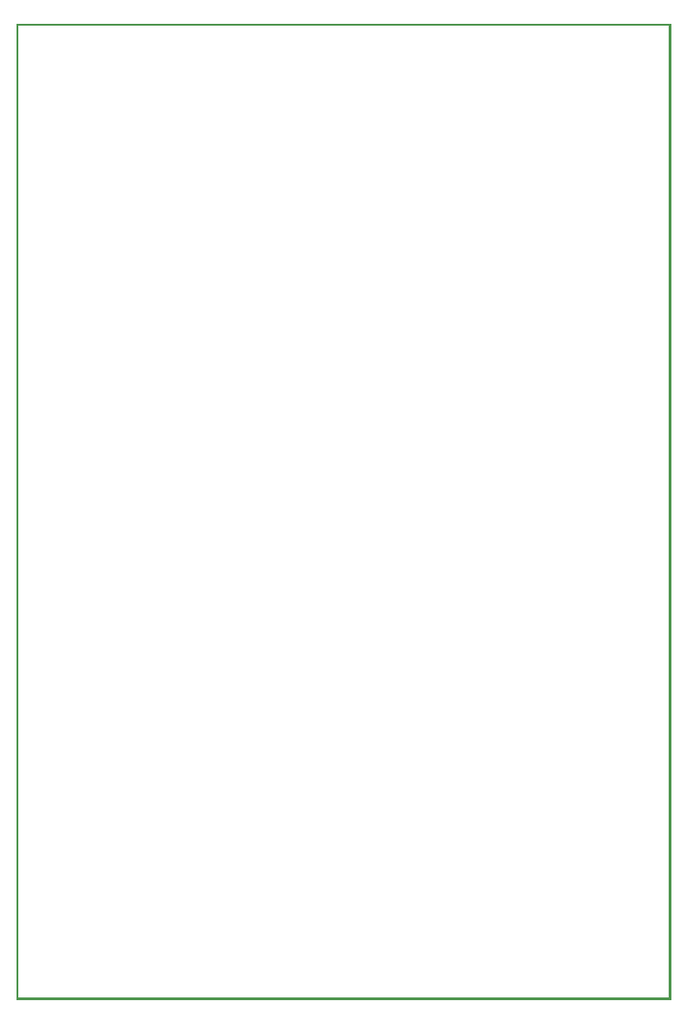
<source format=gbr>
%FSLAX44Y44*%
%OFA0.0000B0.0000*%
%SFA1B1*%
%MOMM*%
%ADD13C,0.0000X0.0000*%
%ADD14C,0.2032X0.0000*%
%LNBoard_outline*%
%LPD*%
G54D10*
G54D13*
X-2016Y1000016D2*
X-2016Y98984D1*
X603016Y1000016D2*
X-2016Y1000016D1*
X603016Y98984D2*
X603016Y1000016D1*
X-2016Y98984D2*
X603016Y98984D1*
G54D14*
X-1000Y999000D2*
X-1000Y100000D1*
X602000Y999000D2*
X-1000Y999000D1*
X602000Y100000D2*
X602000Y999000D1*
X-1000Y100000D2*
X602000Y100000D1*
M02*

</source>
